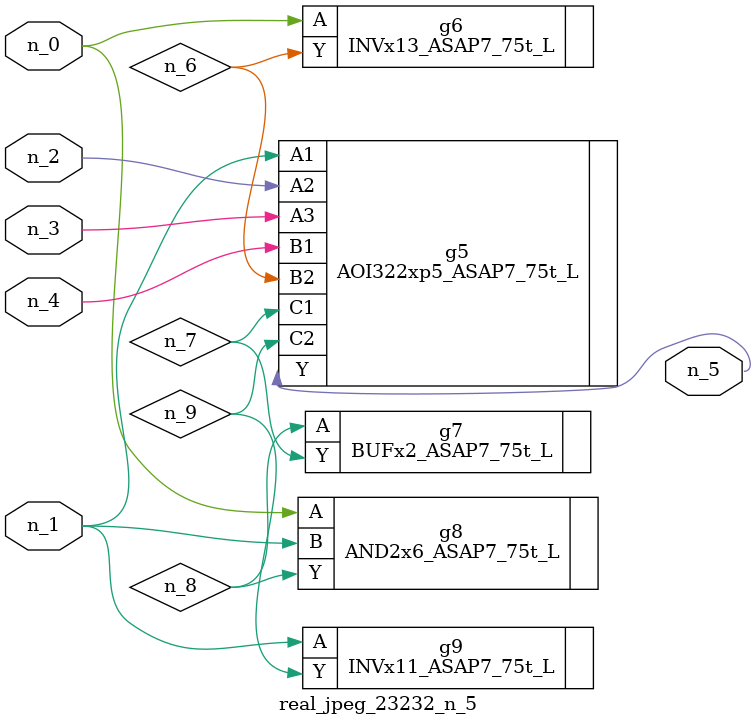
<source format=v>
module real_jpeg_23232_n_5 (n_4, n_0, n_1, n_2, n_3, n_5);

input n_4;
input n_0;
input n_1;
input n_2;
input n_3;

output n_5;

wire n_8;
wire n_6;
wire n_7;
wire n_9;

INVx13_ASAP7_75t_L g6 ( 
.A(n_0),
.Y(n_6)
);

AND2x6_ASAP7_75t_L g8 ( 
.A(n_0),
.B(n_1),
.Y(n_8)
);

AOI322xp5_ASAP7_75t_L g5 ( 
.A1(n_1),
.A2(n_2),
.A3(n_3),
.B1(n_4),
.B2(n_6),
.C1(n_7),
.C2(n_9),
.Y(n_5)
);

INVx11_ASAP7_75t_L g9 ( 
.A(n_1),
.Y(n_9)
);

BUFx2_ASAP7_75t_L g7 ( 
.A(n_8),
.Y(n_7)
);


endmodule
</source>
